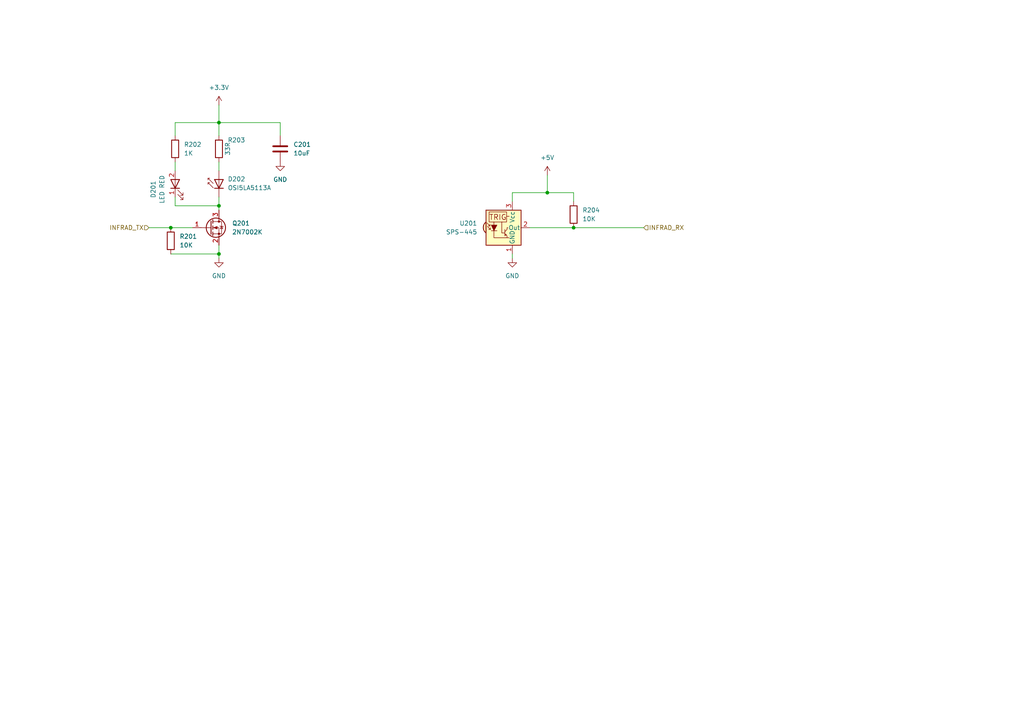
<source format=kicad_sch>
(kicad_sch (version 20230121) (generator eeschema)
  (paper "A4")
  (title_block (title "SDCDMUX-eMMC") (date "2023-05-02") (rev "Rev1") (company "HNZ") (comment 1 "Licensed under CC-BY-SA V4.0") (comment 2 "2023 (C) Hiroshi Nakajima <hnakamiru1103@gmail.com>"))
  (lib_symbols
    (symbol "Device:C" (pin_numbers hide) (pin_names (offset 0.254))
      (property "Reference" "C" (at 0.635 2.54 0))
      (property "Value" "C" (at 0.635 -2.54 0))
      (symbol "C_0_1"
        (polyline (pts (xy -2.032 -0.762) (xy 2.032 -0.762)) (stroke (width 0.508)))
        (polyline (pts (xy -2.032 0.762) (xy 2.032 0.762)) (stroke (width 0.508)))
      )
      (symbol "C_1_1"
        (pin passive line (at 0 3.81 270) (length 2.794) (name "~") (number "1"))
        (pin passive line (at 0 -3.81 90) (length 2.794) (name "~") (number "2"))
      )
    )
    (symbol "Device:LED" (pin_names (offset 1.016) hide)
      (property "Reference" "D" (at 0 2.54 0))
      (property "Value" "LED" (at 0 -2.54 0))
      (symbol "LED_0_1"
        (polyline (pts (xy -1.27 -1.27) (xy -1.27 1.27)) (stroke (width 0.254)))
        (polyline (pts (xy -1.27 0) (xy 1.27 0)))
        (polyline (pts (xy 1.27 -1.27) (xy 1.27 1.27) (xy -1.27 0) (xy 1.27 -1.27)) (stroke (width 0.254)))
        (polyline (pts (xy -3.048 -0.762) (xy -4.572 -2.286) (xy -3.81 -2.286) (xy -4.572 -2.286) (xy -4.572 -1.524)))
        (polyline (pts (xy -1.778 -0.762) (xy -3.302 -2.286) (xy -2.54 -2.286) (xy -3.302 -2.286) (xy -3.302 -1.524)))
      )
      (symbol "LED_1_1"
        (pin passive line (at -3.81 0 0) (length 2.54) (name "K") (number "1"))
        (pin passive line (at 3.81 0 180) (length 2.54) (name "A") (number "2"))
      )
    )
    (symbol "Device:R" (pin_numbers hide) (pin_names (offset 0))
      (property "Reference" "R" (at 2.032 0 90))
      (property "Value" "R" (at 0 0 90))
      (symbol "R_0_1"
        (rectangle (start -1.016 -2.54) (end 1.016 2.54) (stroke (width 0.254)))
      )
      (symbol "R_1_1"
        (pin passive line (at 0 3.81 270) (length 1.27) (name "~") (number "1"))
        (pin passive line (at 0 -3.81 90) (length 1.27) (name "~") (number "2"))
      )
    )
    (symbol "power:+3.3V" (power) (pin_names (offset 0))
      (property "Value" "+3.3V" (at 0 3.556 0))
      (symbol "+3.3V_0_1"
        (polyline (pts (xy -0.762 1.27) (xy 0 2.54)))
        (polyline (pts (xy 0 0) (xy 0 2.54)))
        (polyline (pts (xy 0 2.54) (xy 0.762 1.27)))
      )
      (symbol "+3.3V_1_1"
        (pin power_in line (at 0 0 90) (length 0) hide (name "+3.3V") (number "1"))
      )
    )
    (symbol "power:+5V" (power) (pin_names (offset 0))
      (property "Value" "+5V" (at 0 3.556 0))
      (symbol "+5V_0_1"
        (polyline (pts (xy -0.762 1.27) (xy 0 2.54)))
        (polyline (pts (xy 0 0) (xy 0 2.54)))
        (polyline (pts (xy 0 2.54) (xy 0.762 1.27)))
      )
      (symbol "+5V_1_1"
        (pin power_in line (at 0 0 90) (length 0) hide (name "+5V") (number "1"))
      )
    )
    (symbol "power:GND" (power) (pin_numbers hide) (pin_names (offset 0) hide)
      (property "Value" "GND" (at 0 -3.81 0))
      (symbol "GND_0_1"
        (polyline (pts (xy 0 0) (xy 0 -1.27) (xy 1.27 -1.27) (xy 0 -2.54) (xy -1.27 -1.27) (xy 0 -1.27)))
      )
      (symbol "GND_1_1"
        (pin power_in line (at 0 0 270) (length 0) hide (name "GND") (number "1"))
      )
    )
    (symbol "tbctl:2N7002K" (pin_names hide)
      (property "Reference" "Q" (at 5.08 1.905 0))
      (property "Value" "2N7002K" (at 5.08 0 0))
      (symbol "2N7002K_0_1"
        (polyline (pts (xy 0.254 0) (xy -2.54 0)))
        (polyline (pts (xy 0.254 1.905) (xy 0.254 -1.905)) (stroke (width 0.254)))
        (polyline (pts (xy 0.762 -1.27) (xy 0.762 -2.286)) (stroke (width 0.254)))
        (polyline (pts (xy 0.762 0.508) (xy 0.762 -0.508)) (stroke (width 0.254)))
        (polyline (pts (xy 0.762 2.286) (xy 0.762 1.27)) (stroke (width 0.254)))
        (polyline (pts (xy 2.54 2.54) (xy 2.54 1.778)))
        (polyline (pts (xy 2.54 -2.54) (xy 2.54 0) (xy 0.762 0)))
        (polyline (pts (xy 0.762 -1.778) (xy 3.302 -1.778) (xy 3.302 1.778) (xy 0.762 1.778)))
        (polyline (pts (xy 1.016 0) (xy 2.032 0.381) (xy 2.032 -0.381) (xy 1.016 0)) (fill (type outline)))
        (polyline (pts (xy 2.794 0.508) (xy 2.921 0.381) (xy 3.683 0.381) (xy 3.81 0.254)))
        (polyline (pts (xy 3.302 0.381) (xy 2.921 -0.254) (xy 3.683 -0.254) (xy 3.302 0.381)))
        (circle (center 1.651 0) (radius 2.794) (stroke (width 0.254)))
        (circle (center 2.54 -1.778) (radius 0.254) (fill (type outline)))
        (circle (center 2.54 1.778) (radius 0.254) (fill (type outline)))
      )
      (symbol "2N7002K_1_1"
        (pin input line (at -5.08 0 0) (length 2.54) (name "G") (number "1"))
        (pin passive line (at 2.54 -5.08 90) (length 2.54) (name "S") (number "2"))
        (pin passive line (at 2.54 5.08 270) (length 2.54) (name "D") (number "3"))
      )
    )
    (symbol "tbctl:OSI5LA5113A" (pin_numbers hide) (pin_names (offset 1.016) hide)
      (property "Reference" "D" (at 0.508 1.778 0))
      (property "Value" "OSI5LA5113A" (at -1.016 -2.794 0))
      (symbol "OSI5LA5113A_0_1"
        (polyline (pts (xy -2.54 1.27) (xy -2.54 -1.27)) (stroke (width 0.254)))
        (polyline (pts (xy 0 0) (xy -2.54 0)))
        (polyline (pts (xy 0.381 3.175) (xy -0.127 3.175)))
        (polyline (pts (xy -1.143 1.651) (xy 0.381 3.175) (xy 0.381 2.667)))
        (polyline (pts (xy 0 1.27) (xy -2.54 0) (xy 0 -1.27) (xy 0 1.27)) (stroke (width 0.254)))
        (polyline (pts (xy -2.413 1.651) (xy -0.889 3.175) (xy -0.889 2.667) (xy -0.889 3.175) (xy -1.397 3.175)))
      )
      (symbol "OSI5LA5113A_1_1"
        (pin passive line (at -5.08 0 0) (length 2.54) (name "K") (number "1"))
        (pin passive line (at 2.54 0 180) (length 2.54) (name "A") (number "2"))
      )
    )
    (symbol "tbctl:SPS-445" (pin_names (offset 0.254))
      (property "Reference" "U" (at -5.08 6.35 0))
      (property "Value" "SPS-445" (at -7.62 -6.35 0))
      (symbol "SPS-445_0_0"
        (arc (start -5.08 1.651) (mid -5.8829 0.0688) (end -5.08 -1.524) (stroke (width 0.254)) (fill (type background)))
        (polyline (pts (xy 0.889 3.302) (xy 1.651 3.302)))
        (polyline (pts (xy 0.381 -1.778) (xy 1.016 -2.413) (xy 1.016 -2.921)))
        (polyline (pts (xy 0.381 -1.524) (xy -0.508 -1.524) (xy -0.508 1.651)))
        (polyline (pts (xy 1.651 -2.921) (xy -2.794 -2.921) (xy -2.794 1.651)))
        (polyline (pts (xy 0.381 -1.143) (xy 1.016 -0.508) (xy 1.016 0) (xy 1.27 0)))
        (rectangle (start 0.889 4.572) (end -4.191 1.651))
        (rectangle (start 5.08 5.08) (end -5.08 -5.08) (stroke (width 0.254)) (fill (type background)))
        (text "TRIG" (at -1.651 3.048 0) (effects (font (size 1.524 1.524))))
      )
      (symbol "SPS-445_0_1"
        (polyline (pts (xy -3.937 0.508) (xy -4.826 1.397)))
        (polyline (pts (xy -3.937 0.508) (xy -4.445 0.508)))
        (polyline (pts (xy -3.937 0.508) (xy -3.937 1.016)))
        (polyline (pts (xy -3.81 -0.508) (xy -4.699 0.381)))
        (polyline (pts (xy -3.81 -0.508) (xy -4.318 -0.508)))
        (polyline (pts (xy -3.81 -0.508) (xy -3.81 0)))
        (polyline (pts (xy -3.556 -0.889) (xy -1.905 -0.889)))
        (polyline (pts (xy 0.381 -0.508) (xy 0.381 -2.413)))
        (polyline (pts (xy 0.508 -2.159) (xy 0.635 -2.159)))
        (polyline (pts (xy 0.762 -2.159) (xy 0.635 -2.159)))
        (polyline (pts (xy 0.762 -2.159) (xy 0.762 -1.905)))
        (polyline (pts (xy -3.556 0.762) (xy -1.905 0.762) (xy -2.794 -0.889) (xy -3.556 0.762)) (fill (type outline)))
      )
      (symbol "SPS-445_1_1"
        (pin power_in line (at 2.54 -7.62 90) (length 2.54) (name "GND") (number "1"))
        (pin output line (at 7.62 0 180) (length 2.54) (name "Out") (number "2"))
        (pin power_in line (at 2.54 7.62 270) (length 2.54) (name "Vcc") (number "3"))
      )
    )
  )
  (junction (at 63.5 73.66))
  (junction (at 166.37 66.04))
  (junction (at 49.53 66.04))
  (junction (at 63.5 59.69))
  (junction (at 63.5 35.56))
  (junction (at 158.75 55.88))
  (wire (pts (xy 63.5 59.69) (xy 63.5 60.96)))
  (wire (pts (xy 49.53 73.66) (xy 63.5 73.66)))
  (wire (pts (xy 158.75 50.8) (xy 158.75 55.88)))
  (wire (pts (xy 166.37 58.42) (xy 166.37 55.88)))
  (wire (pts (xy 158.75 55.88) (xy 148.59 55.88)))
  (wire (pts (xy 148.59 73.66) (xy 148.59 74.93)))
  (wire (pts (xy 63.5 35.56) (xy 81.28 35.56)))
  (wire (pts (xy 148.59 55.88) (xy 148.59 58.42)))
  (wire (pts (xy 63.5 39.37) (xy 63.5 35.56)))
  (wire (pts (xy 166.37 55.88) (xy 158.75 55.88)))
  (wire (pts (xy 63.5 30.48) (xy 63.5 35.56)))
  (wire (pts (xy 63.5 71.12) (xy 63.5 73.66)))
  (wire (pts (xy 63.5 57.15) (xy 63.5 59.69)))
  (wire (pts (xy 63.5 46.99) (xy 63.5 49.53)))
  (wire (pts (xy 166.37 66.04) (xy 186.69 66.04)))
  (wire (pts (xy 50.8 59.69) (xy 63.5 59.69)))
  (wire (pts (xy 63.5 73.66) (xy 63.5 74.93)))
  (wire (pts (xy 81.28 35.56) (xy 81.28 39.37)))
  (wire (pts (xy 50.8 35.56) (xy 50.8 39.37)))
  (wire (pts (xy 153.67 66.04) (xy 166.37 66.04)))
  (wire (pts (xy 50.8 46.99) (xy 50.8 49.53)))
  (wire (pts (xy 49.53 66.04) (xy 55.88 66.04)))
  (wire (pts (xy 50.8 57.15) (xy 50.8 59.69)))
  (wire (pts (xy 43.18 66.04) (xy 49.53 66.04)))
  (wire (pts (xy 63.5 35.56) (xy 50.8 35.56)))
  (hierarchical_label "INFRAD_RX" (shape input) (at 186.69 66.04 0))
  (hierarchical_label "INFRAD_TX" (shape input) (at 43.18 66.04 180))
  (symbol (lib_id "Device:LED") (at 50.8 53.34 90) (unit 1)
    (property "Reference" "D201" (at 44.45 54.9275 0))
    (property "Value" "LED RED" (at 46.99 54.9275 0))
    (property "Footprint" "tbctl:LED_0603_1608Metric_Pad1.05x0.95mm_HandSolder" (effects hide))
  )
  (symbol (lib_id "Device:R") (at 166.37 62.23 0) (unit 1)
    (property "Reference" "R204" (at 168.91 60.9599 0) (effects (justify left)))
    (property "Value" "10K" (at 168.91 63.4999 0) (effects (justify left)))
    (property "Footprint" "tbctl:R_0805_2012Metric_Pad1.20x1.40mm_HandSolder" (effects hide))
  )
  (symbol (lib_id "power:+5V") (at 158.75 50.8 0) (unit 1)
    (property "Reference" "#PWR0205" (effects hide))
    (property "Value" "+5V" (at 158.75 45.72 0))
  )
  (symbol (lib_id "power:GND") (at 81.28 46.99 0) (unit 1)
    (property "Reference" "#PWR0203" (effects hide))
    (property "Value" "GND" (at 81.28 52.07 0))
  )
  (symbol (lib_id "Device:R") (at 49.53 69.85 0) (unit 1)
    (property "Reference" "R201" (at 52.07 68.5799 0) (effects (justify left)))
    (property "Value" "10K" (at 52.07 71.1199 0) (effects (justify left)))
    (property "Footprint" "tbctl:R_0805_2012Metric_Pad1.20x1.40mm_HandSolder" (effects hide))
  )
  (symbol (lib_id "power:+3.3V") (at 63.5 30.48 0) (unit 1)
    (property "Reference" "#PWR0201" (effects hide))
    (property "Value" "+3.3V" (at 63.5 25.4 0))
  )
  (symbol (lib_id "tbctl:OSI5LA5113A") (at 63.5 52.07 90) (unit 1)
    (property "Reference" "D202" (at 66.04 51.9429 90) (effects (justify right)))
    (property "Value" "OSI5LA5113A" (at 66.04 54.4829 90) (effects (justify right)))
    (property "Footprint" "LED_THT:LED_D5.0mm" (effects hide))
  )
  (symbol (lib_id "power:GND") (at 63.5 74.93 0) (unit 1)
    (property "Reference" "#PWR0202" (effects hide))
    (property "Value" "GND" (at 63.5 80.01 0))
  )
  (symbol (lib_id "power:GND") (at 148.59 74.93 0) (unit 1)
    (property "Reference" "#PWR0204" (effects hide))
    (property "Value" "GND" (at 148.59 80.01 0))
  )
  (symbol (lib_id "Device:R") (at 50.8 43.18 0) (unit 1)
    (property "Reference" "R202" (at 53.34 41.9099 0) (effects (justify left)))
    (property "Value" "1K" (at 53.34 44.4499 0) (effects (justify left)))
    (property "Footprint" "tbctl:R_0805_2012Metric_Pad1.20x1.40mm_HandSolder" (effects hide))
  )
  (symbol (lib_id "tbctl:SPS-445") (at 146.05 66.04 0) (unit 1)
    (property "Reference" "U201" (at 138.43 64.7699 0) (effects (justify right)))
    (property "Value" "SPS-445" (at 138.43 67.3099 0) (effects (justify right)))
    (property "Footprint" "tbctl:SPS445 3pin" (effects hide))
  )
  (symbol (lib_id "Device:C") (at 81.28 43.18 0) (unit 1)
    (property "Reference" "C201" (at 85.09 41.91 0) (effects (justify left)))
    (property "Value" "10uF" (at 85.09 44.45 0) (effects (justify left)))
    (property "Footprint" "Capacitor_SMD:C_0805_2012Metric_Pad1.18x1.45mm_HandSolder" (effects hide))
  )
  (symbol (lib_id "tbctl:2N7002K") (at 60.96 66.04 0) (unit 1)
    (property "Reference" "Q201" (at 67.31 64.7699 0) (effects (justify left)))
    (property "Value" "2N7002K" (at 67.31 67.3099 0) (effects (justify left)))
    (property "Footprint" "Package_TO_SOT_SMD:SOT-23" (effects hide))
    (property "Datasheet" "https://www.diodes.com/assets/Datasheets/ds30896.pdf" (effects hide))
  )
  (symbol (lib_id "Device:R") (at 63.5 43.18 0) (unit 1)
    (property "Reference" "R203" (at 68.58 40.64 0))
    (property "Value" "33R" (at 66.04 43.18 90))
    (property "Footprint" "Resistor_SMD:R_0603_1608Metric_Pad0.98x0.95mm_HandSolder" (effects hide))
  )
)
</source>
